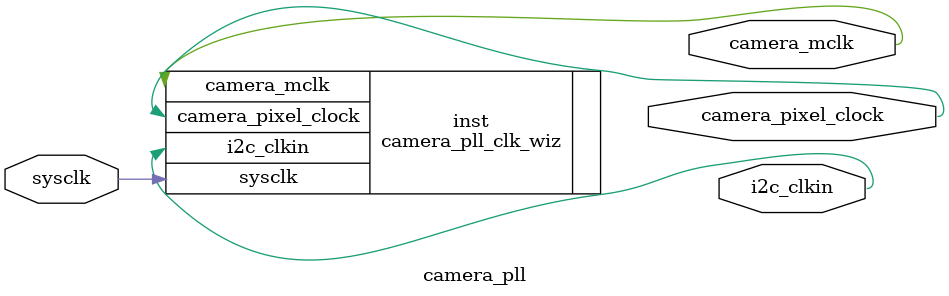
<source format=v>


`timescale 1ps/1ps

(* CORE_GENERATION_INFO = "camera_pll,clk_wiz_v5_4_1_0,{component_name=camera_pll,use_phase_alignment=true,use_min_o_jitter=false,use_max_i_jitter=false,use_dyn_phase_shift=false,use_inclk_switchover=false,use_dyn_reconfig=false,enable_axi=0,feedback_source=FDBK_AUTO,PRIMITIVE=MMCM,num_out_clk=3,clkin1_period=5.000,clkin2_period=10.0,use_power_down=false,use_reset=false,use_locked=false,use_inclk_stopped=false,feedback_type=SINGLE,CLOCK_MGR_TYPE=NA,manual_override=false}" *)

module camera_pll 
 (
  // Clock out ports
  output        camera_pixel_clock,
  output        camera_mclk,
  output        i2c_clkin,
 // Clock in ports
  input         sysclk
 );

  camera_pll_clk_wiz inst
  (
  // Clock out ports  
  .camera_pixel_clock(camera_pixel_clock),
  .camera_mclk(camera_mclk),
  .i2c_clkin(i2c_clkin),
 // Clock in ports
  .sysclk(sysclk)
  );

endmodule

</source>
